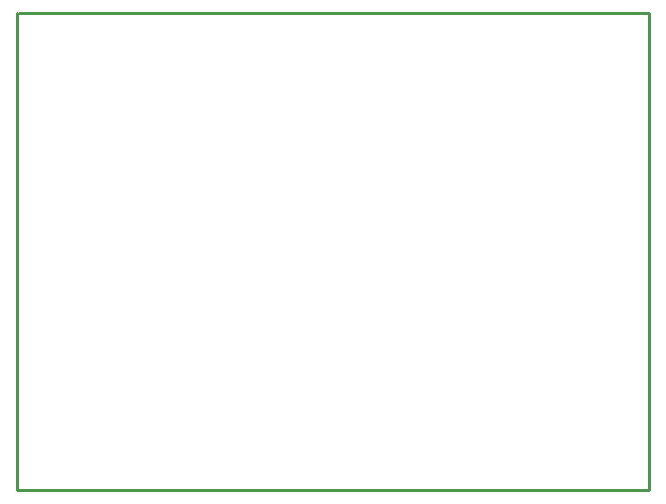
<source format=gko>
G04*
G04 #@! TF.GenerationSoftware,Altium Limited,Altium Designer,19.0.12 (326)*
G04*
G04 Layer_Color=16711935*
%FSLAX25Y25*%
%MOIN*%
G70*
G01*
G75*
%ADD13C,0.01000*%
D13*
X0Y0D02*
X210500D01*
X210500Y159000D02*
X210500Y0D01*
X-0Y159000D02*
X0Y0D01*
X500Y159000D02*
X210500D01*
M02*

</source>
